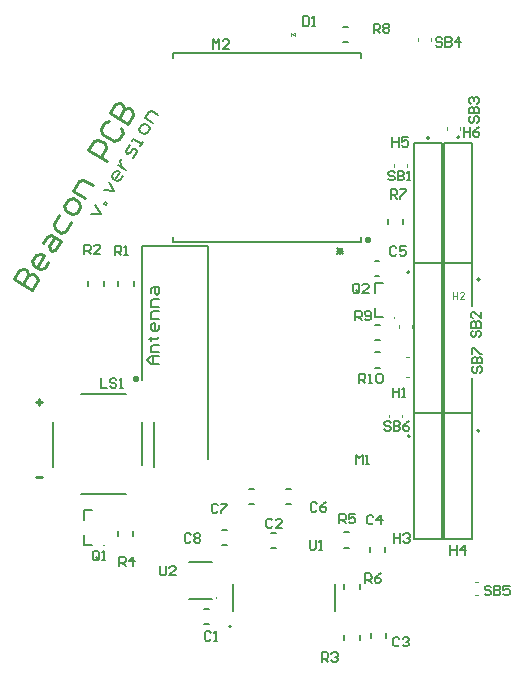
<source format=gto>
G04*
G04 #@! TF.GenerationSoftware,Altium Limited,Altium Designer,25.1.2 (22)*
G04*
G04 Layer_Color=65535*
%FSLAX44Y44*%
%MOMM*%
G71*
G04*
G04 #@! TF.SameCoordinates,B52A457E-B352-49CB-BE48-5EE90B4D2348*
G04*
G04*
G04 #@! TF.FilePolarity,Positive*
G04*
G01*
G75*
%ADD10C,0.2000*%
%ADD11C,0.1000*%
%ADD12C,0.1500*%
%ADD13C,0.1270*%
%ADD14C,0.1524*%
%ADD15C,0.2500*%
%ADD16C,0.2540*%
%ADD17C,0.1250*%
D10*
X387660Y452151D02*
G03*
X387660Y452151I-1000J0D01*
G01*
X345736Y199067D02*
G03*
X345736Y199067I-1000J0D01*
G01*
X362117Y451633D02*
G03*
X362117Y451633I-1000J0D01*
G01*
X194659Y37955D02*
G03*
X194659Y37955I-1000J0D01*
G01*
X182445Y62079D02*
G03*
X182445Y62079I-254J0D01*
G01*
X332661Y299083D02*
G03*
X332661Y299083I-254J0D01*
G01*
X86761Y106743D02*
G03*
X86761Y106743I-254J0D01*
G01*
X404673Y203633D02*
G03*
X404673Y203633I-1000J0D01*
G01*
X404872Y331777D02*
G03*
X404872Y331777I-1000J0D01*
G01*
X345427Y337884D02*
G03*
X345427Y337884I-1000J0D01*
G01*
X398520Y219050D02*
Y248289D01*
Y112350D02*
Y219050D01*
X374420D02*
X398520D01*
X374420Y340950D02*
Y447650D01*
X398520Y309039D02*
Y447650D01*
X374420D02*
X398520D01*
X349020Y112350D02*
Y219050D01*
X373120Y112350D02*
Y219050D01*
X349020Y112350D02*
X373120D01*
X349020Y219050D02*
X373120D01*
X349020Y340950D02*
Y447650D01*
X373120Y340950D02*
Y447650D01*
X349020D02*
X373120D01*
X374420Y112350D02*
Y219050D01*
Y112350D02*
X398520D01*
X349020Y213950D02*
Y346050D01*
X373120Y213950D02*
Y346050D01*
X349020D02*
X373120D01*
X374420Y213950D02*
Y346050D01*
X398520D01*
X133107Y260005D02*
X126442D01*
X123110Y263337D01*
X126442Y266670D01*
X133107D01*
X128108D01*
Y260005D01*
X133107Y270002D02*
X126442D01*
Y275000D01*
X128108Y276666D01*
X133107D01*
X124776Y281665D02*
X126442D01*
Y279999D01*
Y283331D01*
Y281665D01*
X131440D01*
X133107Y283331D01*
Y293328D02*
Y289995D01*
X131440Y288329D01*
X128108D01*
X126442Y289995D01*
Y293328D01*
X128108Y294994D01*
X129774D01*
Y288329D01*
X133107Y298326D02*
X126442D01*
Y303324D01*
X128108Y304991D01*
X133107D01*
Y308323D02*
X126442D01*
Y313321D01*
X128108Y314987D01*
X133107D01*
X126442Y319986D02*
Y323318D01*
X128108Y324984D01*
X133107D01*
Y319986D01*
X131440Y318320D01*
X129774Y319986D01*
Y324984D01*
X88619Y394887D02*
X86888Y395886D01*
X87887Y397618D01*
X89619Y396618D01*
X88619Y394887D01*
X86692Y407543D02*
X95617Y407007D01*
X90690Y414469D01*
X102615Y419128D02*
X100615Y415664D01*
X97884Y414933D01*
X94421Y416932D01*
X93689Y419663D01*
X95689Y423126D01*
X98420Y423858D01*
X100151Y422858D01*
X96152Y415932D01*
X98688Y428321D02*
X105614Y424322D01*
X102151Y426321D01*
X101419Y429053D01*
X100687Y431784D01*
X101687Y433515D01*
X111612Y434711D02*
X114611Y439905D01*
X113879Y442637D01*
X111148Y441905D01*
X109148Y438442D01*
X106417Y437710D01*
X105685Y440441D01*
X108684Y445636D01*
X117610Y445100D02*
X119609Y448563D01*
X118609Y446831D01*
X111683Y450830D01*
X110684Y449099D01*
X123608Y455489D02*
X125607Y458952D01*
X124875Y461683D01*
X121412Y463682D01*
X118681Y462951D01*
X116682Y459487D01*
X117414Y456756D01*
X120877Y454757D01*
X123608Y455489D01*
X128606Y464146D02*
X121680Y468145D01*
X124679Y473339D01*
X127410Y474071D01*
X132605Y471072D01*
X75543Y387609D02*
X84469Y387073D01*
X79542Y394534D01*
D11*
X239475Y545570D02*
G03*
X239475Y545570I-254J0D01*
G01*
X400881Y75664D02*
X403381D01*
X400881Y64664D02*
X403381D01*
X347588Y290923D02*
Y293423D01*
X336588Y290923D02*
Y293423D01*
X339074Y214928D02*
Y217428D01*
X328074Y214928D02*
Y217428D01*
X352328Y533816D02*
Y536316D01*
X363328Y533816D02*
Y536316D01*
X343642Y426855D02*
Y429355D01*
X332642Y426855D02*
Y429355D01*
X376918Y458712D02*
Y461212D01*
X387918Y458712D02*
Y461212D01*
X342377Y266080D02*
X344877D01*
X342377Y249580D02*
X344877D01*
X245317Y538018D02*
Y540559D01*
X245912Y539288D02*
X248111Y538018D01*
Y540559D01*
X245912Y539288D02*
X248111Y540559D01*
D12*
X175160Y179748D02*
Y359750D01*
X119194Y359877D02*
X175190D01*
X119164Y174356D02*
X119256Y211360D01*
X119194Y246242D02*
Y359877D01*
X289407Y358353D02*
X284075Y353021D01*
Y358353D02*
X289407Y353021D01*
X286741Y358353D02*
Y353021D01*
X284075Y355687D02*
X289407D01*
X160364Y115585D02*
X159031Y116918D01*
X156365D01*
X155032Y115585D01*
Y110254D01*
X156365Y108921D01*
X159031D01*
X160364Y110254D01*
X163030Y115585D02*
X164363Y116918D01*
X167028D01*
X168361Y115585D01*
Y114252D01*
X167028Y112920D01*
X168361Y111587D01*
Y110254D01*
X167028Y108921D01*
X164363D01*
X163030Y110254D01*
Y111587D01*
X164363Y112920D01*
X163030Y114252D01*
Y115585D01*
X164363Y112920D02*
X167028D01*
X400112Y258133D02*
X398779Y256800D01*
Y254134D01*
X400112Y252801D01*
X401445D01*
X402778Y254134D01*
Y256800D01*
X404111Y258133D01*
X405444D01*
X406777Y256800D01*
Y254134D01*
X405444Y252801D01*
X398779Y260799D02*
X406777D01*
Y264797D01*
X405444Y266130D01*
X404111D01*
X402778Y264797D01*
Y260799D01*
Y264797D01*
X401445Y266130D01*
X400112D01*
X398779Y264797D01*
Y260799D01*
Y268796D02*
Y274128D01*
X400112D01*
X405444Y268796D01*
X406777D01*
X397323Y469835D02*
X395990Y468503D01*
Y465837D01*
X397323Y464504D01*
X398656D01*
X399989Y465837D01*
Y468503D01*
X401322Y469835D01*
X402655D01*
X403988Y468503D01*
Y465837D01*
X402655Y464504D01*
X395990Y472501D02*
X403988D01*
Y476500D01*
X402655Y477833D01*
X401322D01*
X399989Y476500D01*
Y472501D01*
Y476500D01*
X398656Y477833D01*
X397323D01*
X395990Y476500D01*
Y472501D01*
X397323Y480499D02*
X395990Y481832D01*
Y484497D01*
X397323Y485830D01*
X398656D01*
X399989Y484497D01*
Y483164D01*
Y484497D01*
X401322Y485830D01*
X402655D01*
X403988Y484497D01*
Y481832D01*
X402655Y480499D01*
X315064Y540394D02*
Y548392D01*
X319063D01*
X320396Y547059D01*
Y544393D01*
X319063Y543060D01*
X315064D01*
X317730D02*
X320396Y540394D01*
X323062Y547059D02*
X324394Y548392D01*
X327060D01*
X328393Y547059D01*
Y545726D01*
X327060Y544393D01*
X328393Y543060D01*
Y541727D01*
X327060Y540394D01*
X324394D01*
X323062Y541727D01*
Y543060D01*
X324394Y544393D01*
X323062Y545726D01*
Y547059D01*
X324394Y544393D02*
X327060D01*
X329391Y400243D02*
Y408241D01*
X333390D01*
X334722Y406908D01*
Y404242D01*
X333390Y402909D01*
X329391D01*
X332057D02*
X334722Y400243D01*
X337388Y408241D02*
X342720D01*
Y406908D01*
X337388Y401576D01*
Y400243D01*
X255161Y554473D02*
Y546475D01*
X259160D01*
X260492Y547808D01*
Y553140D01*
X259160Y554473D01*
X255161D01*
X263158Y546475D02*
X265824D01*
X264491D01*
Y554473D01*
X263158Y553140D01*
X399032Y288367D02*
X397699Y287034D01*
Y284368D01*
X399032Y283036D01*
X400365D01*
X401698Y284368D01*
Y287034D01*
X403031Y288367D01*
X404364D01*
X405696Y287034D01*
Y284368D01*
X404364Y283036D01*
X397699Y291033D02*
X405696D01*
Y295032D01*
X404364Y296364D01*
X403031D01*
X401698Y295032D01*
Y291033D01*
Y295032D01*
X400365Y296364D01*
X399032D01*
X397699Y295032D01*
Y291033D01*
X405696Y304362D02*
Y299030D01*
X400365Y304362D01*
X399032D01*
X397699Y303029D01*
Y300363D01*
X399032Y299030D01*
X332783Y422270D02*
X331450Y423603D01*
X328784D01*
X327452Y422270D01*
Y420937D01*
X328784Y419604D01*
X331450D01*
X332783Y418271D01*
Y416938D01*
X331450Y415605D01*
X328784D01*
X327452Y416938D01*
X335449Y423603D02*
Y415605D01*
X339448D01*
X340780Y416938D01*
Y418271D01*
X339448Y419604D01*
X335449D01*
X339448D01*
X340780Y420937D01*
Y422270D01*
X339448Y423603D01*
X335449D01*
X343446Y415605D02*
X346112D01*
X344779D01*
Y423603D01*
X343446Y422270D01*
X134050Y89127D02*
Y82463D01*
X135383Y81130D01*
X138049D01*
X139382Y82463D01*
Y89127D01*
X147379Y81130D02*
X142048D01*
X147379Y86461D01*
Y87794D01*
X146046Y89127D01*
X143380D01*
X142048Y87794D01*
X260994Y111119D02*
Y104455D01*
X262327Y103122D01*
X264993D01*
X266326Y104455D01*
Y111119D01*
X268992Y103122D02*
X271657D01*
X270324D01*
Y111119D01*
X268992Y109787D01*
X308008Y75002D02*
X307913Y82999D01*
X311912Y83047D01*
X313260Y81730D01*
X313292Y79064D01*
X311975Y77715D01*
X307976Y77668D01*
X310642Y77699D02*
X313340Y75066D01*
X321241Y83158D02*
X318591Y81793D01*
X315958Y79096D01*
X315989Y76430D01*
X317338Y75113D01*
X320004Y75145D01*
X321320Y76494D01*
X321305Y77826D01*
X319956Y79143D01*
X315958Y79096D01*
X285974Y125292D02*
Y133290D01*
X289972D01*
X291305Y131957D01*
Y129291D01*
X289972Y127958D01*
X285974D01*
X288640D02*
X291305Y125292D01*
X299303Y133290D02*
X293971D01*
Y129291D01*
X296637Y130624D01*
X297970D01*
X299303Y129291D01*
Y126625D01*
X297970Y125292D01*
X295304D01*
X293971Y126625D01*
X99773Y89151D02*
Y97148D01*
X103772D01*
X105105Y95815D01*
Y93149D01*
X103772Y91817D01*
X99773D01*
X102439D02*
X105105Y89151D01*
X111769D02*
Y97148D01*
X107770Y93149D01*
X113102D01*
X271301Y8014D02*
X271347Y16011D01*
X275346Y15988D01*
X276671Y14648D01*
X276656Y11982D01*
X275315Y10657D01*
X271317Y10680D01*
X273982Y10664D02*
X276633Y7983D01*
X279337Y14632D02*
X280677Y15958D01*
X283343Y15942D01*
X284668Y14602D01*
X284660Y13269D01*
X283320Y11944D01*
X281987Y11951D01*
X283320Y11944D01*
X284645Y10603D01*
X284638Y9270D01*
X283297Y7945D01*
X280631Y7960D01*
X279306Y9301D01*
X82520Y95323D02*
Y100655D01*
X81187Y101988D01*
X78521D01*
X77188Y100655D01*
Y95323D01*
X78521Y93990D01*
X81187D01*
X79854Y96656D02*
X82520Y93990D01*
X81187D02*
X82520Y95323D01*
X85185Y93990D02*
X87851D01*
X86518D01*
Y101988D01*
X85185Y100655D01*
X83945Y248022D02*
Y240025D01*
X89276D01*
X97274Y246689D02*
X95941Y248022D01*
X93275D01*
X91942Y246689D01*
Y245356D01*
X93275Y244023D01*
X95941D01*
X97274Y242691D01*
Y241358D01*
X95941Y240025D01*
X93275D01*
X91942Y241358D01*
X99939Y240025D02*
X102605D01*
X101272D01*
Y248022D01*
X99939Y246689D01*
X314823Y131052D02*
X313491Y132385D01*
X310825D01*
X309492Y131052D01*
Y125721D01*
X310825Y124388D01*
X313491D01*
X314823Y125721D01*
X321488Y124388D02*
Y132385D01*
X317489Y128387D01*
X322821D01*
X336985Y27708D02*
X335652Y29041D01*
X332986D01*
X331653Y27708D01*
Y22377D01*
X332986Y21044D01*
X335652D01*
X336985Y22377D01*
X339651Y27708D02*
X340984Y29041D01*
X343649D01*
X344982Y27708D01*
Y26375D01*
X343649Y25042D01*
X342316D01*
X343649D01*
X344982Y23709D01*
Y22377D01*
X343649Y21044D01*
X340984D01*
X339651Y22377D01*
X229446Y127961D02*
X228113Y129294D01*
X225447D01*
X224114Y127961D01*
Y122629D01*
X225447Y121296D01*
X228113D01*
X229446Y122629D01*
X237443Y121296D02*
X232112D01*
X237443Y126628D01*
Y127961D01*
X236110Y129294D01*
X233445D01*
X232112Y127961D01*
X177455Y32491D02*
X176122Y33824D01*
X173456D01*
X172123Y32491D01*
Y27160D01*
X173456Y25827D01*
X176122D01*
X177455Y27160D01*
X180121Y25827D02*
X182787D01*
X181454D01*
Y33824D01*
X180121Y32491D01*
X300413Y175422D02*
Y183419D01*
X303079Y180754D01*
X305744Y183419D01*
Y175422D01*
X308410D02*
X311076D01*
X309743D01*
Y183419D01*
X308410Y182087D01*
X331346Y240115D02*
Y232117D01*
Y236116D01*
X336678D01*
Y240115D01*
Y232117D01*
X339343D02*
X342009D01*
X340676D01*
Y240115D01*
X339343Y238782D01*
X96061Y352224D02*
Y360221D01*
X100060D01*
X101393Y358889D01*
Y356223D01*
X100060Y354890D01*
X96061D01*
X98727D02*
X101393Y352224D01*
X104058D02*
X106724D01*
X105391D01*
Y360221D01*
X104058Y358889D01*
X70192Y353171D02*
Y361168D01*
X74191D01*
X75524Y359835D01*
Y357169D01*
X74191Y355836D01*
X70192D01*
X72858D02*
X75524Y353171D01*
X83521D02*
X78190D01*
X83521Y358502D01*
Y359835D01*
X82189Y361168D01*
X79523D01*
X78190Y359835D01*
X332332Y116782D02*
Y108784D01*
Y112783D01*
X337663D01*
Y116782D01*
Y108784D01*
X340329Y115449D02*
X341662Y116782D01*
X344328D01*
X345661Y115449D01*
Y114116D01*
X344328Y112783D01*
X342995D01*
X344328D01*
X345661Y111450D01*
Y110117D01*
X344328Y108784D01*
X341662D01*
X340329Y110117D01*
X380134Y106850D02*
Y98852D01*
Y102851D01*
X385466D01*
Y106850D01*
Y98852D01*
X392131D02*
Y106850D01*
X388132Y102851D01*
X393463D01*
X330960Y452166D02*
Y444169D01*
Y448167D01*
X336291D01*
Y452166D01*
Y444169D01*
X344289Y452166D02*
X338957D01*
Y448167D01*
X341623Y449500D01*
X342956D01*
X344289Y448167D01*
Y445502D01*
X342956Y444169D01*
X340290D01*
X338957Y445502D01*
X391375Y460714D02*
Y452717D01*
Y456716D01*
X396707D01*
Y460714D01*
Y452717D01*
X404704Y460714D02*
X402038Y459381D01*
X399372Y456716D01*
Y454050D01*
X400705Y452717D01*
X403371D01*
X404704Y454050D01*
Y455383D01*
X403371Y456716D01*
X399372D01*
X179160Y526969D02*
Y534966D01*
X181826Y532300D01*
X184492Y534966D01*
Y526969D01*
X192489D02*
X187158D01*
X192489Y532300D01*
Y533633D01*
X191156Y534966D01*
X188491D01*
X187158Y533633D01*
X334380Y358430D02*
X333047Y359763D01*
X330382D01*
X329049Y358430D01*
Y353098D01*
X330382Y351765D01*
X333047D01*
X334380Y353098D01*
X342378Y359763D02*
X337046D01*
Y355764D01*
X339712Y357097D01*
X341045D01*
X342378Y355764D01*
Y353098D01*
X341045Y351765D01*
X338379D01*
X337046Y353098D01*
X373093Y535639D02*
X371760Y536972D01*
X369094D01*
X367761Y535639D01*
Y534306D01*
X369094Y532973D01*
X371760D01*
X373093Y531640D01*
Y530307D01*
X371760Y528974D01*
X369094D01*
X367761Y530307D01*
X375759Y536972D02*
Y528974D01*
X379757D01*
X381090Y530307D01*
Y531640D01*
X379757Y532973D01*
X375759D01*
X379757D01*
X381090Y534306D01*
Y535639D01*
X379757Y536972D01*
X375759D01*
X387755Y528974D02*
Y536972D01*
X383756Y532973D01*
X389088D01*
X267062Y141935D02*
X265729Y143268D01*
X263063D01*
X261730Y141935D01*
Y136604D01*
X263063Y135271D01*
X265729D01*
X267062Y136604D01*
X275060Y143268D02*
X272394Y141935D01*
X269728Y139270D01*
Y136604D01*
X271061Y135271D01*
X273727D01*
X275060Y136604D01*
Y137937D01*
X273727Y139270D01*
X269728D01*
X183247Y140722D02*
X181915Y142055D01*
X179249D01*
X177916Y140722D01*
Y135390D01*
X179249Y134057D01*
X181915D01*
X183247Y135390D01*
X185913Y142055D02*
X191245D01*
Y140722D01*
X185913Y135390D01*
Y134057D01*
X414311Y71153D02*
X412979Y72485D01*
X410313D01*
X408980Y71153D01*
Y69820D01*
X410313Y68487D01*
X412979D01*
X414311Y67154D01*
Y65821D01*
X412979Y64488D01*
X410313D01*
X408980Y65821D01*
X416977Y72485D02*
Y64488D01*
X420976D01*
X422309Y65821D01*
Y67154D01*
X420976Y68487D01*
X416977D01*
X420976D01*
X422309Y69820D01*
Y71153D01*
X420976Y72485D01*
X416977D01*
X430306D02*
X424975D01*
Y68487D01*
X427640Y69820D01*
X428973D01*
X430306Y68487D01*
Y65821D01*
X428973Y64488D01*
X426308D01*
X424975Y65821D01*
X299598Y297173D02*
Y305170D01*
X303597D01*
X304930Y303837D01*
Y301171D01*
X303597Y299838D01*
X299598D01*
X302264D02*
X304930Y297173D01*
X307596Y298505D02*
X308929Y297173D01*
X311595D01*
X312927Y298505D01*
Y303837D01*
X311595Y305170D01*
X308929D01*
X307596Y303837D01*
Y302504D01*
X308929Y301171D01*
X312927D01*
X302811Y244071D02*
Y252068D01*
X306809D01*
X308142Y250735D01*
Y248070D01*
X306809Y246737D01*
X302811D01*
X305476D02*
X308142Y244071D01*
X310808D02*
X313474D01*
X312141D01*
Y252068D01*
X310808Y250735D01*
X317473D02*
X318806Y252068D01*
X321471D01*
X322804Y250735D01*
Y245404D01*
X321471Y244071D01*
X318806D01*
X317473Y245404D01*
Y250735D01*
X302851Y321653D02*
Y326985D01*
X301518Y328318D01*
X298852D01*
X297519Y326985D01*
Y321653D01*
X298852Y320320D01*
X301518D01*
X300185Y322986D02*
X302851Y320320D01*
X301518D02*
X302851Y321653D01*
X310848Y320320D02*
X305516D01*
X310848Y325652D01*
Y326985D01*
X309515Y328318D01*
X306849D01*
X305516Y326985D01*
X329419Y210399D02*
X328086Y211732D01*
X325420D01*
X324087Y210399D01*
Y209066D01*
X325420Y207733D01*
X328086D01*
X329419Y206401D01*
Y205068D01*
X328086Y203735D01*
X325420D01*
X324087Y205068D01*
X332084Y211732D02*
Y203735D01*
X336083D01*
X337416Y205068D01*
Y206401D01*
X336083Y207733D01*
X332084D01*
X336083D01*
X337416Y209066D01*
Y210399D01*
X336083Y211732D01*
X332084D01*
X345414D02*
X342748Y210399D01*
X340082Y207733D01*
Y205068D01*
X341415Y203735D01*
X344081D01*
X345414Y205068D01*
Y206401D01*
X344081Y207733D01*
X340082D01*
D13*
X186605Y107002D02*
X190669D01*
X186605Y119702D02*
X190669D01*
X304822Y363312D02*
Y367612D01*
Y519012D02*
Y523312D01*
X144822Y363312D02*
Y367612D01*
Y519012D02*
Y523312D01*
Y363312D02*
X304822D01*
X144822Y523312D02*
X304822D01*
X67457Y234731D02*
X105457D01*
X67457Y149731D02*
X105457D01*
X128958Y173231D02*
Y211231D01*
X43958Y173231D02*
Y211231D01*
X195621Y50639D02*
Y74039D01*
X282121Y50639D02*
Y74039D01*
X316001Y299569D02*
Y307869D01*
Y320270D02*
Y328569D01*
X322701D01*
X316001Y299569D02*
X322701D01*
X70101Y107229D02*
Y115529D01*
Y127929D02*
Y136229D01*
X76801D01*
X70101Y107229D02*
X76801D01*
X112182Y326146D02*
Y330210D01*
X98974Y326146D02*
Y330210D01*
X86514Y326158D02*
Y330222D01*
X73306Y326158D02*
Y330222D01*
X290429Y26444D02*
Y30508D01*
X303637Y26444D02*
Y30508D01*
X111708Y114462D02*
Y118526D01*
X98500Y114462D02*
Y118526D01*
X290169Y104782D02*
X294233D01*
X290169Y117990D02*
X294233D01*
X303638Y69987D02*
Y74051D01*
X290430Y69987D02*
Y74051D01*
X340324Y379072D02*
Y383136D01*
X327116Y379072D02*
Y383136D01*
X289069Y545615D02*
X293132D01*
X289069Y532407D02*
X293132D01*
X316469Y293306D02*
X320533D01*
X316469Y280098D02*
X320533D01*
X316521Y257190D02*
X320585D01*
X316521Y270398D02*
X320585D01*
X315923Y334931D02*
X319987D01*
X315923Y347631D02*
X319987D01*
X240744Y154005D02*
X244808D01*
X240744Y141305D02*
X244808D01*
X171576Y52391D02*
X175640D01*
X171576Y39691D02*
X175640D01*
X228608Y117277D02*
X232672D01*
X228608Y104577D02*
X232672D01*
X325258Y27960D02*
Y32024D01*
X312558Y27960D02*
Y32024D01*
X324610Y101062D02*
Y105126D01*
X311910Y101062D02*
Y105126D01*
X209526Y141324D02*
X213590D01*
X209526Y154024D02*
X213590D01*
D14*
X159077Y61317D02*
X178635D01*
X159077Y92305D02*
X178635D01*
D15*
X10554Y332139D02*
X26138Y323142D01*
X30636Y330934D01*
X29539Y335030D01*
X26941Y336530D01*
X22845Y335432D01*
X18346Y327640D01*
X22845Y335432D01*
X21747Y339529D01*
X19150Y341028D01*
X15053Y339931D01*
X10554Y332139D01*
X39634Y346517D02*
X36635Y341323D01*
X32538Y340225D01*
X27343Y343224D01*
X26246Y347321D01*
X29245Y352515D01*
X33341Y353613D01*
X35938Y352113D01*
X29941Y341724D01*
X35243Y362904D02*
X38242Y368098D01*
X42338Y369196D01*
X50130Y364698D01*
X45632Y356906D01*
X41535Y355808D01*
X40437Y359905D01*
X44936Y367697D01*
X48738Y386279D02*
X44240Y378487D01*
X45337Y374391D01*
X50532Y371392D01*
X54629Y372489D01*
X59127Y380281D01*
X63626Y388073D02*
X66625Y393267D01*
X65527Y397364D01*
X60333Y400363D01*
X56236Y399265D01*
X53237Y394071D01*
X54335Y389974D01*
X59529Y386975D01*
X63626Y388073D01*
X71123Y401059D02*
X60734Y407057D01*
X65233Y414849D01*
X69330Y415946D01*
X77121Y411448D01*
X89117Y432226D02*
X73534Y441223D01*
X78033Y449015D01*
X82129Y450112D01*
X87324Y447113D01*
X88421Y443017D01*
X83923Y435225D01*
X91126Y465696D02*
X87030Y464598D01*
X84031Y459403D01*
X85128Y455307D01*
X95517Y449309D01*
X99614Y450406D01*
X102613Y455601D01*
X101515Y459698D01*
X91528Y472390D02*
X107112Y463392D01*
X111610Y471184D01*
X110513Y475281D01*
X107915Y476781D01*
X103819Y475683D01*
X99320Y467891D01*
X103819Y475683D01*
X102721Y479780D01*
X100124Y481279D01*
X96027Y480181D01*
X91528Y472390D01*
D16*
X111794Y246528D02*
Y249067D01*
X114333D01*
Y246528D01*
X111794D01*
X308346Y364113D02*
Y366652D01*
X310885D01*
Y364113D01*
X308346D01*
X29307Y164544D02*
X34724D01*
X29307Y228044D02*
X34724D01*
X32016Y230752D02*
Y225335D01*
D17*
X381925Y321052D02*
Y315054D01*
Y318053D01*
X385924D01*
Y321052D01*
Y315054D01*
X391922D02*
X387923D01*
X391922Y319053D01*
Y320053D01*
X390922Y321052D01*
X388923D01*
X387923Y320053D01*
M02*

</source>
